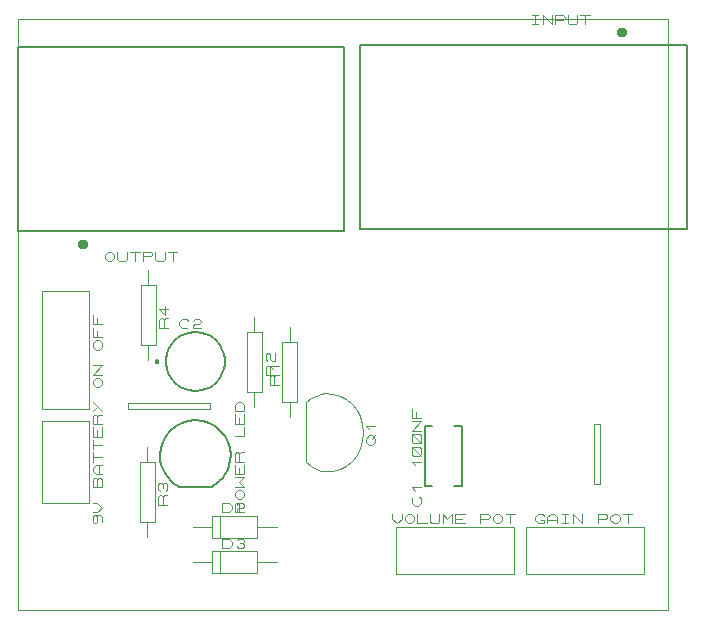
<source format=gbr>
G04 PROTEUS GERBER X2 FILE*
%TF.GenerationSoftware,Labcenter,Proteus,8.17-SP2-Build37159*%
%TF.CreationDate,2025-08-15T22:28:22+00:00*%
%TF.FileFunction,Legend,Top*%
%TF.FilePolarity,Positive*%
%TF.Part,Single*%
%TF.SameCoordinates,{0e15ee55-a332-4318-b2cf-7b0c010742ed}*%
%FSLAX45Y45*%
%MOMM*%
G01*
%TA.AperFunction,Profile*%
%ADD20C,0.101600*%
%TA.AperFunction,Material*%
%ADD21C,0.101600*%
%ADD22C,0.200000*%
%ADD23C,0.127000*%
%ADD24C,0.400000*%
%TD.AperFunction*%
D20*
X+0Y+0D02*
X+5500000Y+0D01*
X+5500000Y+5000000D01*
X+0Y+0D02*
X+0Y+5000000D01*
X+5500000Y+5000000D01*
D21*
X+1090500Y+1373000D02*
X+1090500Y+1246000D01*
X+1027000Y+738000D02*
X+1154000Y+738000D01*
X+1154000Y+1246000D01*
X+1027000Y+1246000D01*
X+1027000Y+738000D01*
X+1090500Y+738000D02*
X+1090500Y+611000D01*
X+1260680Y+885320D02*
X+1184480Y+885320D01*
X+1184480Y+951995D01*
X+1197180Y+965330D01*
X+1209880Y+965330D01*
X+1222580Y+951995D01*
X+1222580Y+885320D01*
X+1222580Y+951995D02*
X+1235280Y+965330D01*
X+1260680Y+965330D01*
X+1197180Y+1005335D02*
X+1184480Y+1018670D01*
X+1184480Y+1058675D01*
X+1197180Y+1072010D01*
X+1209880Y+1072010D01*
X+1222580Y+1058675D01*
X+1235280Y+1072010D01*
X+1247980Y+1072010D01*
X+1260680Y+1058675D01*
X+1260680Y+1018670D01*
X+1247980Y+1005335D01*
X+1222580Y+1032005D02*
X+1222580Y+1058675D01*
X+2000000Y+2473000D02*
X+2000000Y+2346000D01*
X+1936500Y+1838000D02*
X+2063500Y+1838000D01*
X+2063500Y+2346000D01*
X+1936500Y+2346000D01*
X+1936500Y+1838000D01*
X+2000000Y+1838000D02*
X+2000000Y+1711000D01*
X+2170180Y+1985320D02*
X+2093980Y+1985320D01*
X+2093980Y+2051995D01*
X+2106680Y+2065330D01*
X+2119380Y+2065330D01*
X+2132080Y+2051995D01*
X+2132080Y+1985320D01*
X+2132080Y+2051995D02*
X+2144780Y+2065330D01*
X+2170180Y+2065330D01*
X+2106680Y+2105335D02*
X+2093980Y+2118670D01*
X+2093980Y+2158675D01*
X+2106680Y+2172010D01*
X+2119380Y+2172010D01*
X+2132080Y+2158675D01*
X+2132080Y+2118670D01*
X+2144780Y+2105335D01*
X+2170180Y+2105335D01*
X+2170180Y+2172010D01*
X+2300000Y+1627000D02*
X+2300000Y+1754000D01*
X+2236500Y+1754000D02*
X+2363500Y+1754000D01*
X+2363500Y+2262000D01*
X+2236500Y+2262000D01*
X+2236500Y+1754000D01*
X+2300000Y+2262000D02*
X+2300000Y+2389000D01*
X+2206020Y+1901320D02*
X+2129820Y+1901320D01*
X+2129820Y+1967995D01*
X+2142520Y+1981330D01*
X+2155220Y+1981330D01*
X+2167920Y+1967995D01*
X+2167920Y+1901320D01*
X+2167920Y+1967995D02*
X+2180620Y+1981330D01*
X+2206020Y+1981330D01*
X+2155220Y+2034670D02*
X+2129820Y+2061340D01*
X+2206020Y+2061340D01*
X+2434900Y+1754000D02*
X+2434900Y+1246000D01*
X+2600000Y+1830200D02*
X+2561702Y+1825438D01*
X+2522212Y+1811150D01*
X+2480342Y+1787338D01*
X+2434900Y+1754000D01*
X+2600000Y+1830200D02*
X+2664918Y+1827569D01*
X+2724953Y+1811088D01*
X+2778942Y+1782161D01*
X+2825722Y+1742193D01*
X+2864131Y+1692588D01*
X+2893005Y+1634751D01*
X+2911182Y+1570087D01*
X+2917500Y+1500000D01*
X+2600000Y+1169800D02*
X+2561702Y+1174562D01*
X+2522212Y+1188850D01*
X+2480342Y+1212662D01*
X+2434900Y+1246000D01*
X+2600000Y+1169800D02*
X+2664918Y+1172431D01*
X+2724953Y+1188912D01*
X+2778942Y+1217839D01*
X+2825722Y+1257807D01*
X+2864131Y+1307412D01*
X+2893005Y+1365249D01*
X+2911182Y+1429913D01*
X+2917500Y+1500000D01*
X+2973380Y+1393320D02*
X+2947980Y+1419990D01*
X+2947980Y+1446660D01*
X+2973380Y+1473330D01*
X+2998780Y+1473330D01*
X+3024180Y+1446660D01*
X+3024180Y+1419990D01*
X+2998780Y+1393320D01*
X+2973380Y+1393320D01*
X+2998780Y+1446660D02*
X+3024180Y+1473330D01*
X+2973380Y+1526670D02*
X+2947980Y+1553340D01*
X+3024180Y+1553340D01*
X+1644500Y+308560D02*
X+2025500Y+308560D01*
X+2025500Y+491440D01*
X+1644500Y+491440D01*
X+1644500Y+308560D01*
X+1708000Y+488900D02*
X+1708000Y+311100D01*
X+2025500Y+400000D02*
X+2190600Y+400000D01*
X+1644500Y+400000D02*
X+1479400Y+400000D01*
X+1728320Y+521920D02*
X+1728320Y+598120D01*
X+1781660Y+598120D01*
X+1808330Y+572720D01*
X+1808330Y+547320D01*
X+1781660Y+521920D01*
X+1728320Y+521920D01*
X+1848335Y+585420D02*
X+1861670Y+598120D01*
X+1901675Y+598120D01*
X+1915010Y+585420D01*
X+1915010Y+572720D01*
X+1901675Y+560020D01*
X+1915010Y+547320D01*
X+1915010Y+534620D01*
X+1901675Y+521920D01*
X+1861670Y+521920D01*
X+1848335Y+534620D01*
X+1875005Y+560020D02*
X+1901675Y+560020D01*
X+1644500Y+608560D02*
X+2025500Y+608560D01*
X+2025500Y+791440D01*
X+1644500Y+791440D01*
X+1644500Y+608560D01*
X+1708000Y+788900D02*
X+1708000Y+611100D01*
X+2025500Y+700000D02*
X+2190600Y+700000D01*
X+1644500Y+700000D02*
X+1479400Y+700000D01*
X+1728320Y+821920D02*
X+1728320Y+898120D01*
X+1781660Y+898120D01*
X+1808330Y+872720D01*
X+1808330Y+847320D01*
X+1781660Y+821920D01*
X+1728320Y+821920D01*
X+1848335Y+885420D02*
X+1861670Y+898120D01*
X+1901675Y+898120D01*
X+1915010Y+885420D01*
X+1915010Y+872720D01*
X+1901675Y+860020D01*
X+1861670Y+860020D01*
X+1848335Y+847320D01*
X+1848335Y+821920D01*
X+1915010Y+821920D01*
D22*
X+1638000Y+1040000D02*
X+1362000Y+1040000D01*
X+1635516Y+1038535D02*
X+1670508Y+1059721D01*
X+1702109Y+1085159D01*
X+1729926Y+1114445D01*
X+1753565Y+1147176D01*
X+1772635Y+1182950D01*
X+1786743Y+1221364D01*
X+1795495Y+1262015D01*
X+1798500Y+1304500D01*
X+1792435Y+1364651D01*
X+1775039Y+1420679D01*
X+1747514Y+1471383D01*
X+1711062Y+1515562D01*
X+1666883Y+1552014D01*
X+1616179Y+1579539D01*
X+1560151Y+1596934D01*
X+1500000Y+1603000D01*
X+1439849Y+1596934D01*
X+1383821Y+1579539D01*
X+1333117Y+1552014D01*
X+1288938Y+1515562D01*
X+1252486Y+1471383D01*
X+1224961Y+1420679D01*
X+1207565Y+1364651D01*
X+1201500Y+1304500D01*
X+1204319Y+1263337D01*
X+1212538Y+1223881D01*
X+1225801Y+1186497D01*
X+1243750Y+1151550D01*
X+1266030Y+1119404D01*
X+1292283Y+1090425D01*
X+1322154Y+1064977D01*
X+1355285Y+1043426D01*
X+1362000Y+1040000D01*
D21*
X+1910100Y+824940D02*
X+1833900Y+824940D01*
X+1833900Y+891615D01*
X+1846600Y+904950D01*
X+1859300Y+904950D01*
X+1872000Y+891615D01*
X+1872000Y+824940D01*
X+1859300Y+931620D02*
X+1833900Y+958290D01*
X+1833900Y+984960D01*
X+1859300Y+1011630D01*
X+1884700Y+1011630D01*
X+1910100Y+984960D01*
X+1910100Y+958290D01*
X+1884700Y+931620D01*
X+1859300Y+931620D01*
X+1833900Y+1038300D02*
X+1910100Y+1038300D01*
X+1872000Y+1078305D01*
X+1910100Y+1118310D01*
X+1833900Y+1118310D01*
X+1910100Y+1224990D02*
X+1910100Y+1144980D01*
X+1833900Y+1144980D01*
X+1833900Y+1224990D01*
X+1872000Y+1144980D02*
X+1872000Y+1198320D01*
X+1910100Y+1251660D02*
X+1833900Y+1251660D01*
X+1833900Y+1318335D01*
X+1846600Y+1331670D01*
X+1859300Y+1331670D01*
X+1872000Y+1318335D01*
X+1872000Y+1251660D01*
X+1872000Y+1318335D02*
X+1884700Y+1331670D01*
X+1910100Y+1331670D01*
X+1833900Y+1465020D02*
X+1910100Y+1465020D01*
X+1910100Y+1545030D01*
X+1910100Y+1651710D02*
X+1910100Y+1571700D01*
X+1833900Y+1571700D01*
X+1833900Y+1651710D01*
X+1872000Y+1571700D02*
X+1872000Y+1625040D01*
X+1910100Y+1678380D02*
X+1833900Y+1678380D01*
X+1833900Y+1731720D01*
X+1859300Y+1758390D01*
X+1884700Y+1758390D01*
X+1910100Y+1731720D01*
X+1910100Y+1678380D01*
D23*
X+1750000Y+2100000D02*
X+1749185Y+2120171D01*
X+1742566Y+2160514D01*
X+1728753Y+2200857D01*
X+1706307Y+2241200D01*
X+1672010Y+2281418D01*
X+1631667Y+2312518D01*
X+1591324Y+2332723D01*
X+1550981Y+2344747D01*
X+1510638Y+2349774D01*
X+1500000Y+2350000D01*
X+1250000Y+2100000D02*
X+1250815Y+2120171D01*
X+1257434Y+2160514D01*
X+1271247Y+2200857D01*
X+1293693Y+2241200D01*
X+1327990Y+2281418D01*
X+1368333Y+2312518D01*
X+1408676Y+2332723D01*
X+1449019Y+2344747D01*
X+1489362Y+2349774D01*
X+1500000Y+2350000D01*
X+1250000Y+2100000D02*
X+1250815Y+2079829D01*
X+1257434Y+2039486D01*
X+1271247Y+1999143D01*
X+1293693Y+1958800D01*
X+1327990Y+1918582D01*
X+1368333Y+1887482D01*
X+1408676Y+1867277D01*
X+1449019Y+1855253D01*
X+1489362Y+1850226D01*
X+1500000Y+1850000D01*
X+1750000Y+2100000D02*
X+1749185Y+2079829D01*
X+1742566Y+2039486D01*
X+1728753Y+1999143D01*
X+1706307Y+1958800D01*
X+1672010Y+1918582D01*
X+1631667Y+1887482D01*
X+1591324Y+1867277D01*
X+1550981Y+1855253D01*
X+1510638Y+1850226D01*
X+1500000Y+1850000D01*
D22*
X+1185000Y+2100000D02*
X+1184965Y+2100831D01*
X+1184684Y+2102495D01*
X+1184094Y+2104159D01*
X+1183130Y+2105823D01*
X+1181655Y+2107464D01*
X+1179991Y+2108665D01*
X+1178327Y+2109430D01*
X+1176663Y+2109861D01*
X+1175000Y+2110000D01*
X+1165000Y+2100000D02*
X+1165035Y+2100831D01*
X+1165316Y+2102495D01*
X+1165906Y+2104159D01*
X+1166870Y+2105823D01*
X+1168345Y+2107464D01*
X+1170009Y+2108665D01*
X+1171673Y+2109430D01*
X+1173337Y+2109861D01*
X+1175000Y+2110000D01*
X+1165000Y+2100000D02*
X+1165035Y+2099169D01*
X+1165316Y+2097505D01*
X+1165906Y+2095841D01*
X+1166870Y+2094177D01*
X+1168345Y+2092536D01*
X+1170009Y+2091335D01*
X+1171673Y+2090570D01*
X+1173337Y+2090139D01*
X+1175000Y+2090000D01*
X+1185000Y+2100000D02*
X+1184965Y+2099169D01*
X+1184684Y+2097505D01*
X+1184094Y+2095841D01*
X+1183130Y+2094177D01*
X+1181655Y+2092536D01*
X+1179991Y+2091335D01*
X+1178327Y+2090570D01*
X+1176663Y+2090139D01*
X+1175000Y+2090000D01*
D21*
X+1439580Y+2394450D02*
X+1426245Y+2381750D01*
X+1386240Y+2381750D01*
X+1359570Y+2407150D01*
X+1359570Y+2432550D01*
X+1386240Y+2457950D01*
X+1426245Y+2457950D01*
X+1439580Y+2445250D01*
X+1479585Y+2445250D02*
X+1492920Y+2457950D01*
X+1532925Y+2457950D01*
X+1546260Y+2445250D01*
X+1546260Y+2432550D01*
X+1532925Y+2419850D01*
X+1492920Y+2419850D01*
X+1479585Y+2407150D01*
X+1479585Y+2381750D01*
X+1546260Y+2381750D01*
D23*
X+3441250Y+1046000D02*
X+3507000Y+1046000D01*
X+3758750Y+1046000D02*
X+3693000Y+1046000D01*
X+3507000Y+1554000D02*
X+3441250Y+1554000D01*
X+3758750Y+1554000D02*
X+3693000Y+1554000D01*
X+3758750Y+1046000D02*
X+3758750Y+1554000D01*
X+3441250Y+1554000D02*
X+3441250Y+1046000D01*
D21*
X+3396800Y+953290D02*
X+3409500Y+939955D01*
X+3409500Y+899950D01*
X+3384100Y+873280D01*
X+3358700Y+873280D01*
X+3333300Y+899950D01*
X+3333300Y+939955D01*
X+3346000Y+953290D01*
X+3358700Y+1006630D02*
X+3333300Y+1033300D01*
X+3409500Y+1033300D01*
X+3358700Y+1219990D02*
X+3333300Y+1246660D01*
X+3409500Y+1246660D01*
X+3396800Y+1300000D02*
X+3346000Y+1300000D01*
X+3333300Y+1313335D01*
X+3333300Y+1366675D01*
X+3346000Y+1380010D01*
X+3396800Y+1380010D01*
X+3409500Y+1366675D01*
X+3409500Y+1313335D01*
X+3396800Y+1300000D01*
X+3409500Y+1300000D02*
X+3333300Y+1380010D01*
X+3396800Y+1406680D02*
X+3346000Y+1406680D01*
X+3333300Y+1420015D01*
X+3333300Y+1473355D01*
X+3346000Y+1486690D01*
X+3396800Y+1486690D01*
X+3409500Y+1473355D01*
X+3409500Y+1420015D01*
X+3396800Y+1406680D01*
X+3409500Y+1406680D02*
X+3333300Y+1486690D01*
X+3409500Y+1513360D02*
X+3333300Y+1513360D01*
X+3409500Y+1593370D01*
X+3333300Y+1593370D01*
X+3409500Y+1620040D02*
X+3333300Y+1620040D01*
X+3333300Y+1700050D01*
X+3371400Y+1620040D02*
X+3371400Y+1673380D01*
D23*
X+2895000Y+4781000D02*
X+2895000Y+3219000D01*
X+5659000Y+3219000D01*
X+5659000Y+4781000D01*
X+2895000Y+4781000D01*
D24*
X+5128000Y+4889000D02*
X+5127931Y+4890661D01*
X+5127369Y+4893985D01*
X+5126192Y+4897309D01*
X+5124269Y+4900633D01*
X+5121327Y+4903913D01*
X+5118003Y+4906319D01*
X+5114679Y+4907852D01*
X+5111355Y+4908717D01*
X+5108031Y+4909000D01*
X+5108000Y+4909000D01*
X+5088000Y+4889000D02*
X+5088069Y+4890661D01*
X+5088631Y+4893985D01*
X+5089808Y+4897309D01*
X+5091731Y+4900633D01*
X+5094673Y+4903913D01*
X+5097997Y+4906319D01*
X+5101321Y+4907852D01*
X+5104645Y+4908717D01*
X+5107969Y+4909000D01*
X+5108000Y+4909000D01*
X+5088000Y+4889000D02*
X+5088069Y+4887339D01*
X+5088631Y+4884015D01*
X+5089808Y+4880691D01*
X+5091731Y+4877367D01*
X+5094673Y+4874087D01*
X+5097997Y+4871681D01*
X+5101321Y+4870148D01*
X+5104645Y+4869283D01*
X+5107969Y+4869000D01*
X+5108000Y+4869000D01*
X+5128000Y+4889000D02*
X+5127931Y+4887339D01*
X+5127369Y+4884015D01*
X+5126192Y+4880691D01*
X+5124269Y+4877367D01*
X+5121327Y+4874087D01*
X+5118003Y+4871681D01*
X+5114679Y+4870148D01*
X+5111355Y+4869283D01*
X+5108031Y+4869000D01*
X+5108000Y+4869000D01*
D21*
X+4346138Y+5030600D02*
X+4399478Y+5030600D01*
X+4372808Y+5030600D02*
X+4372808Y+4954400D01*
X+4346138Y+4954400D02*
X+4399478Y+4954400D01*
X+4439483Y+4954400D02*
X+4439483Y+5030600D01*
X+4519493Y+4954400D01*
X+4519493Y+5030600D01*
X+4546163Y+4954400D02*
X+4546163Y+5030600D01*
X+4612838Y+5030600D01*
X+4626173Y+5017900D01*
X+4626173Y+5005200D01*
X+4612838Y+4992500D01*
X+4546163Y+4992500D01*
X+4652843Y+5030600D02*
X+4652843Y+4967100D01*
X+4666178Y+4954400D01*
X+4719518Y+4954400D01*
X+4732853Y+4967100D01*
X+4732853Y+5030600D01*
X+4759523Y+5030600D02*
X+4839533Y+5030600D01*
X+4799528Y+5030600D02*
X+4799528Y+4954400D01*
D23*
X+2758000Y+3203000D02*
X+2758000Y+4765000D01*
X-6000Y+4765000D01*
X-6000Y+3203000D01*
X+2758000Y+3203000D01*
D24*
X+565000Y+3095000D02*
X+564931Y+3096661D01*
X+564369Y+3099985D01*
X+563192Y+3103309D01*
X+561269Y+3106633D01*
X+558327Y+3109913D01*
X+555003Y+3112319D01*
X+551679Y+3113852D01*
X+548355Y+3114717D01*
X+545031Y+3115000D01*
X+545000Y+3115000D01*
X+525000Y+3095000D02*
X+525069Y+3096661D01*
X+525631Y+3099985D01*
X+526808Y+3103309D01*
X+528731Y+3106633D01*
X+531673Y+3109913D01*
X+534997Y+3112319D01*
X+538321Y+3113852D01*
X+541645Y+3114717D01*
X+544969Y+3115000D01*
X+545000Y+3115000D01*
X+525000Y+3095000D02*
X+525069Y+3093339D01*
X+525631Y+3090015D01*
X+526808Y+3086691D01*
X+528731Y+3083367D01*
X+531673Y+3080087D01*
X+534997Y+3077681D01*
X+538321Y+3076148D01*
X+541645Y+3075283D01*
X+544969Y+3075000D01*
X+545000Y+3075000D01*
X+565000Y+3095000D02*
X+564931Y+3093339D01*
X+564369Y+3090015D01*
X+563192Y+3086691D01*
X+561269Y+3083367D01*
X+558327Y+3080087D01*
X+555003Y+3077681D01*
X+551679Y+3076148D01*
X+548355Y+3075283D01*
X+545031Y+3075000D01*
X+545000Y+3075000D01*
D21*
X+733457Y+3004200D02*
X+760127Y+3029600D01*
X+786797Y+3029600D01*
X+813467Y+3004200D01*
X+813467Y+2978800D01*
X+786797Y+2953400D01*
X+760127Y+2953400D01*
X+733457Y+2978800D01*
X+733457Y+3004200D01*
X+840137Y+3029600D02*
X+840137Y+2966100D01*
X+853472Y+2953400D01*
X+906812Y+2953400D01*
X+920147Y+2966100D01*
X+920147Y+3029600D01*
X+946817Y+3029600D02*
X+1026827Y+3029600D01*
X+986822Y+3029600D02*
X+986822Y+2953400D01*
X+1053497Y+2953400D02*
X+1053497Y+3029600D01*
X+1120172Y+3029600D01*
X+1133507Y+3016900D01*
X+1133507Y+3004200D01*
X+1120172Y+2991500D01*
X+1053497Y+2991500D01*
X+1160177Y+3029600D02*
X+1160177Y+2966100D01*
X+1173512Y+2953400D01*
X+1226852Y+2953400D01*
X+1240187Y+2966100D01*
X+1240187Y+3029600D01*
X+1266857Y+3029600D02*
X+1346867Y+3029600D01*
X+1306862Y+3029600D02*
X+1306862Y+2953400D01*
X+3200000Y+700000D02*
X+3200000Y+300000D01*
X+4200000Y+300000D02*
X+4200000Y+700000D01*
X+3200000Y+700000D01*
X+3200000Y+300000D02*
X+4200000Y+300000D01*
X+3166600Y+806680D02*
X+3166600Y+768580D01*
X+3206605Y+730480D01*
X+3246610Y+768580D01*
X+3246610Y+806680D01*
X+3273280Y+781280D02*
X+3299950Y+806680D01*
X+3326620Y+806680D01*
X+3353290Y+781280D01*
X+3353290Y+755880D01*
X+3326620Y+730480D01*
X+3299950Y+730480D01*
X+3273280Y+755880D01*
X+3273280Y+781280D01*
X+3379960Y+806680D02*
X+3379960Y+730480D01*
X+3459970Y+730480D01*
X+3486640Y+806680D02*
X+3486640Y+743180D01*
X+3499975Y+730480D01*
X+3553315Y+730480D01*
X+3566650Y+743180D01*
X+3566650Y+806680D01*
X+3593320Y+730480D02*
X+3593320Y+806680D01*
X+3633325Y+768580D01*
X+3673330Y+806680D01*
X+3673330Y+730480D01*
X+3780010Y+730480D02*
X+3700000Y+730480D01*
X+3700000Y+806680D01*
X+3780010Y+806680D01*
X+3700000Y+768580D02*
X+3753340Y+768580D01*
X+3913360Y+730480D02*
X+3913360Y+806680D01*
X+3980035Y+806680D01*
X+3993370Y+793980D01*
X+3993370Y+781280D01*
X+3980035Y+768580D01*
X+3913360Y+768580D01*
X+4020040Y+781280D02*
X+4046710Y+806680D01*
X+4073380Y+806680D01*
X+4100050Y+781280D01*
X+4100050Y+755880D01*
X+4073380Y+730480D01*
X+4046710Y+730480D01*
X+4020040Y+755880D01*
X+4020040Y+781280D01*
X+4126720Y+806680D02*
X+4206730Y+806680D01*
X+4166725Y+806680D02*
X+4166725Y+730480D01*
X+4300000Y+700000D02*
X+4300000Y+300000D01*
X+5300000Y+300000D02*
X+5300000Y+700000D01*
X+4300000Y+700000D01*
X+4300000Y+300000D02*
X+5300000Y+300000D01*
X+4426620Y+755880D02*
X+4453290Y+755880D01*
X+4453290Y+730480D01*
X+4399950Y+730480D01*
X+4373280Y+755880D01*
X+4373280Y+781280D01*
X+4399950Y+806680D01*
X+4439955Y+806680D01*
X+4453290Y+793980D01*
X+4479960Y+730480D02*
X+4479960Y+781280D01*
X+4506630Y+806680D01*
X+4533300Y+806680D01*
X+4559970Y+781280D01*
X+4559970Y+730480D01*
X+4479960Y+755880D02*
X+4559970Y+755880D01*
X+4599975Y+806680D02*
X+4653315Y+806680D01*
X+4626645Y+806680D02*
X+4626645Y+730480D01*
X+4599975Y+730480D02*
X+4653315Y+730480D01*
X+4693320Y+730480D02*
X+4693320Y+806680D01*
X+4773330Y+730480D01*
X+4773330Y+806680D01*
X+4906680Y+730480D02*
X+4906680Y+806680D01*
X+4973355Y+806680D01*
X+4986690Y+793980D01*
X+4986690Y+781280D01*
X+4973355Y+768580D01*
X+4906680Y+768580D01*
X+5013360Y+781280D02*
X+5040030Y+806680D01*
X+5066700Y+806680D01*
X+5093370Y+781280D01*
X+5093370Y+755880D01*
X+5066700Y+730480D01*
X+5040030Y+730480D01*
X+5013360Y+755880D01*
X+5013360Y+781280D01*
X+5120040Y+806680D02*
X+5200050Y+806680D01*
X+5160045Y+806680D02*
X+5160045Y+730480D01*
X+4874600Y+1065000D02*
X+4925400Y+1065000D01*
X+4925400Y+1573000D01*
X+4874600Y+1573000D01*
X+4874600Y+1065000D01*
X+1100000Y+2873000D02*
X+1100000Y+2746000D01*
X+1036500Y+2238000D02*
X+1163500Y+2238000D01*
X+1163500Y+2746000D01*
X+1036500Y+2746000D01*
X+1036500Y+2238000D01*
X+1100000Y+2238000D02*
X+1100000Y+2111000D01*
X+1270180Y+2385320D02*
X+1193980Y+2385320D01*
X+1193980Y+2451995D01*
X+1206680Y+2465330D01*
X+1219380Y+2465330D01*
X+1232080Y+2451995D01*
X+1232080Y+2385320D01*
X+1232080Y+2451995D02*
X+1244780Y+2465330D01*
X+1270180Y+2465330D01*
X+1244780Y+2572010D02*
X+1244780Y+2492000D01*
X+1193980Y+2545340D01*
X+1270180Y+2545340D01*
X+200000Y+1500000D02*
X+200000Y+900000D01*
X+600000Y+900000D01*
X+600000Y+1600000D01*
X+200000Y+1600000D01*
X+200000Y+1500000D02*
X+200000Y+1600000D01*
X+655880Y+796610D02*
X+668580Y+783275D01*
X+668580Y+743270D01*
X+655880Y+729935D01*
X+643180Y+729935D01*
X+630480Y+743270D01*
X+630480Y+783275D01*
X+643180Y+796610D01*
X+693980Y+796610D01*
X+706680Y+783275D01*
X+706680Y+743270D01*
X+630480Y+823280D02*
X+668580Y+823280D01*
X+706680Y+863285D01*
X+668580Y+903290D01*
X+630480Y+903290D01*
X+706680Y+1036640D02*
X+630480Y+1036640D01*
X+630480Y+1103315D01*
X+643180Y+1116650D01*
X+655880Y+1116650D01*
X+668580Y+1103315D01*
X+681280Y+1116650D01*
X+693980Y+1116650D01*
X+706680Y+1103315D01*
X+706680Y+1036640D01*
X+668580Y+1036640D02*
X+668580Y+1103315D01*
X+706680Y+1143320D02*
X+655880Y+1143320D01*
X+630480Y+1169990D01*
X+630480Y+1196660D01*
X+655880Y+1223330D01*
X+706680Y+1223330D01*
X+681280Y+1143320D02*
X+681280Y+1223330D01*
X+630480Y+1250000D02*
X+630480Y+1330010D01*
X+630480Y+1290005D02*
X+706680Y+1290005D01*
X+630480Y+1356680D02*
X+630480Y+1436690D01*
X+630480Y+1396685D02*
X+706680Y+1396685D01*
X+706680Y+1543370D02*
X+706680Y+1463360D01*
X+630480Y+1463360D01*
X+630480Y+1543370D01*
X+668580Y+1463360D02*
X+668580Y+1516700D01*
X+706680Y+1570040D02*
X+630480Y+1570040D01*
X+630480Y+1636715D01*
X+643180Y+1650050D01*
X+655880Y+1650050D01*
X+668580Y+1636715D01*
X+668580Y+1570040D01*
X+668580Y+1636715D02*
X+681280Y+1650050D01*
X+706680Y+1650050D01*
X+630480Y+1756730D02*
X+706680Y+1676720D01*
X+630480Y+1676720D02*
X+668580Y+1716725D01*
X+600000Y+2700000D02*
X+200000Y+2700000D01*
X+200000Y+1700000D02*
X+600000Y+1700000D01*
X+600000Y+2700000D01*
X+200000Y+2700000D02*
X+200000Y+1700000D01*
X+655880Y+1879960D02*
X+630480Y+1906630D01*
X+630480Y+1933300D01*
X+655880Y+1959970D01*
X+681280Y+1959970D01*
X+706680Y+1933300D01*
X+706680Y+1906630D01*
X+681280Y+1879960D01*
X+655880Y+1879960D01*
X+706680Y+1986640D02*
X+630480Y+1986640D01*
X+706680Y+2066650D01*
X+630480Y+2066650D01*
X+655880Y+2200000D02*
X+630480Y+2226670D01*
X+630480Y+2253340D01*
X+655880Y+2280010D01*
X+681280Y+2280010D01*
X+706680Y+2253340D01*
X+706680Y+2226670D01*
X+681280Y+2200000D01*
X+655880Y+2200000D01*
X+706680Y+2306680D02*
X+630480Y+2306680D01*
X+630480Y+2386690D01*
X+668580Y+2306680D02*
X+668580Y+2360020D01*
X+706680Y+2413360D02*
X+630480Y+2413360D01*
X+630480Y+2493370D01*
X+668580Y+2413360D02*
X+668580Y+2466700D01*
X+927100Y+1701800D02*
X+1625600Y+1701800D01*
X+1625600Y+1752600D01*
X+927100Y+1752600D01*
X+927100Y+1701800D01*
M02*

</source>
